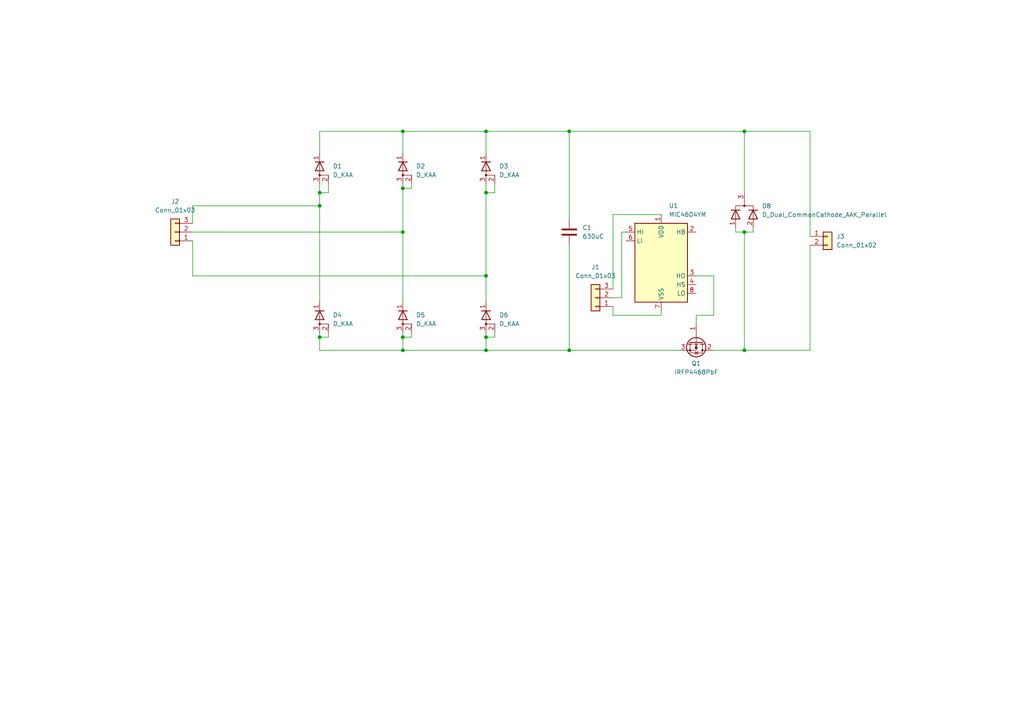
<source format=kicad_sch>
(kicad_sch
	(version 20231120)
	(generator "eeschema")
	(generator_version "8.0")
	(uuid "f3440965-7bc1-4c0f-8f3e-f792f8bfd014")
	(paper "A4")
	(lib_symbols
		(symbol "Connector_Generic:Conn_01x02"
			(pin_names
				(offset 1.016) hide)
			(exclude_from_sim no)
			(in_bom yes)
			(on_board yes)
			(property "Reference" "J"
				(at 0 2.54 0)
				(effects
					(font
						(size 1.27 1.27)
					)
				)
			)
			(property "Value" "Conn_01x02"
				(at 0 -5.08 0)
				(effects
					(font
						(size 1.27 1.27)
					)
				)
			)
			(property "Footprint" ""
				(at 0 0 0)
				(effects
					(font
						(size 1.27 1.27)
					)
					(hide yes)
				)
			)
			(property "Datasheet" "~"
				(at 0 0 0)
				(effects
					(font
						(size 1.27 1.27)
					)
					(hide yes)
				)
			)
			(property "Description" "Generic connector, single row, 01x02, script generated (kicad-library-utils/schlib/autogen/connector/)"
				(at 0 0 0)
				(effects
					(font
						(size 1.27 1.27)
					)
					(hide yes)
				)
			)
			(property "ki_keywords" "connector"
				(at 0 0 0)
				(effects
					(font
						(size 1.27 1.27)
					)
					(hide yes)
				)
			)
			(property "ki_fp_filters" "Connector*:*_1x??_*"
				(at 0 0 0)
				(effects
					(font
						(size 1.27 1.27)
					)
					(hide yes)
				)
			)
			(symbol "Conn_01x02_1_1"
				(rectangle
					(start -1.27 -2.413)
					(end 0 -2.667)
					(stroke
						(width 0.1524)
						(type default)
					)
					(fill
						(type none)
					)
				)
				(rectangle
					(start -1.27 0.127)
					(end 0 -0.127)
					(stroke
						(width 0.1524)
						(type default)
					)
					(fill
						(type none)
					)
				)
				(rectangle
					(start -1.27 1.27)
					(end 1.27 -3.81)
					(stroke
						(width 0.254)
						(type default)
					)
					(fill
						(type background)
					)
				)
				(pin passive line
					(at -5.08 0 0)
					(length 3.81)
					(name "Pin_1"
						(effects
							(font
								(size 1.27 1.27)
							)
						)
					)
					(number "1"
						(effects
							(font
								(size 1.27 1.27)
							)
						)
					)
				)
				(pin passive line
					(at -5.08 -2.54 0)
					(length 3.81)
					(name "Pin_2"
						(effects
							(font
								(size 1.27 1.27)
							)
						)
					)
					(number "2"
						(effects
							(font
								(size 1.27 1.27)
							)
						)
					)
				)
			)
		)
		(symbol "Connector_Generic:Conn_01x03"
			(pin_names
				(offset 1.016) hide)
			(exclude_from_sim no)
			(in_bom yes)
			(on_board yes)
			(property "Reference" "J"
				(at 0 5.08 0)
				(effects
					(font
						(size 1.27 1.27)
					)
				)
			)
			(property "Value" "Conn_01x03"
				(at 0 -5.08 0)
				(effects
					(font
						(size 1.27 1.27)
					)
				)
			)
			(property "Footprint" ""
				(at 0 0 0)
				(effects
					(font
						(size 1.27 1.27)
					)
					(hide yes)
				)
			)
			(property "Datasheet" "~"
				(at 0 0 0)
				(effects
					(font
						(size 1.27 1.27)
					)
					(hide yes)
				)
			)
			(property "Description" "Generic connector, single row, 01x03, script generated (kicad-library-utils/schlib/autogen/connector/)"
				(at 0 0 0)
				(effects
					(font
						(size 1.27 1.27)
					)
					(hide yes)
				)
			)
			(property "ki_keywords" "connector"
				(at 0 0 0)
				(effects
					(font
						(size 1.27 1.27)
					)
					(hide yes)
				)
			)
			(property "ki_fp_filters" "Connector*:*_1x??_*"
				(at 0 0 0)
				(effects
					(font
						(size 1.27 1.27)
					)
					(hide yes)
				)
			)
			(symbol "Conn_01x03_1_1"
				(rectangle
					(start -1.27 -2.413)
					(end 0 -2.667)
					(stroke
						(width 0.1524)
						(type default)
					)
					(fill
						(type none)
					)
				)
				(rectangle
					(start -1.27 0.127)
					(end 0 -0.127)
					(stroke
						(width 0.1524)
						(type default)
					)
					(fill
						(type none)
					)
				)
				(rectangle
					(start -1.27 2.667)
					(end 0 2.413)
					(stroke
						(width 0.1524)
						(type default)
					)
					(fill
						(type none)
					)
				)
				(rectangle
					(start -1.27 3.81)
					(end 1.27 -3.81)
					(stroke
						(width 0.254)
						(type default)
					)
					(fill
						(type background)
					)
				)
				(pin passive line
					(at -5.08 2.54 0)
					(length 3.81)
					(name "Pin_1"
						(effects
							(font
								(size 1.27 1.27)
							)
						)
					)
					(number "1"
						(effects
							(font
								(size 1.27 1.27)
							)
						)
					)
				)
				(pin passive line
					(at -5.08 0 0)
					(length 3.81)
					(name "Pin_2"
						(effects
							(font
								(size 1.27 1.27)
							)
						)
					)
					(number "2"
						(effects
							(font
								(size 1.27 1.27)
							)
						)
					)
				)
				(pin passive line
					(at -5.08 -2.54 0)
					(length 3.81)
					(name "Pin_3"
						(effects
							(font
								(size 1.27 1.27)
							)
						)
					)
					(number "3"
						(effects
							(font
								(size 1.27 1.27)
							)
						)
					)
				)
			)
		)
		(symbol "Device:C"
			(pin_numbers hide)
			(pin_names
				(offset 0.254)
			)
			(exclude_from_sim no)
			(in_bom yes)
			(on_board yes)
			(property "Reference" "C"
				(at 0.635 2.54 0)
				(effects
					(font
						(size 1.27 1.27)
					)
					(justify left)
				)
			)
			(property "Value" "C"
				(at 0.635 -2.54 0)
				(effects
					(font
						(size 1.27 1.27)
					)
					(justify left)
				)
			)
			(property "Footprint" ""
				(at 0.9652 -3.81 0)
				(effects
					(font
						(size 1.27 1.27)
					)
					(hide yes)
				)
			)
			(property "Datasheet" "~"
				(at 0 0 0)
				(effects
					(font
						(size 1.27 1.27)
					)
					(hide yes)
				)
			)
			(property "Description" "Unpolarized capacitor"
				(at 0 0 0)
				(effects
					(font
						(size 1.27 1.27)
					)
					(hide yes)
				)
			)
			(property "ki_keywords" "cap capacitor"
				(at 0 0 0)
				(effects
					(font
						(size 1.27 1.27)
					)
					(hide yes)
				)
			)
			(property "ki_fp_filters" "C_*"
				(at 0 0 0)
				(effects
					(font
						(size 1.27 1.27)
					)
					(hide yes)
				)
			)
			(symbol "C_0_1"
				(polyline
					(pts
						(xy -2.032 -0.762) (xy 2.032 -0.762)
					)
					(stroke
						(width 0.508)
						(type default)
					)
					(fill
						(type none)
					)
				)
				(polyline
					(pts
						(xy -2.032 0.762) (xy 2.032 0.762)
					)
					(stroke
						(width 0.508)
						(type default)
					)
					(fill
						(type none)
					)
				)
			)
			(symbol "C_1_1"
				(pin passive line
					(at 0 3.81 270)
					(length 2.794)
					(name "~"
						(effects
							(font
								(size 1.27 1.27)
							)
						)
					)
					(number "1"
						(effects
							(font
								(size 1.27 1.27)
							)
						)
					)
				)
				(pin passive line
					(at 0 -3.81 90)
					(length 2.794)
					(name "~"
						(effects
							(font
								(size 1.27 1.27)
							)
						)
					)
					(number "2"
						(effects
							(font
								(size 1.27 1.27)
							)
						)
					)
				)
			)
		)
		(symbol "Device:D_Dual_CommonCathode_AAK_Parallel"
			(pin_names
				(offset 0.762) hide)
			(exclude_from_sim no)
			(in_bom yes)
			(on_board yes)
			(property "Reference" "D"
				(at 0 5.08 0)
				(effects
					(font
						(size 1.27 1.27)
					)
				)
			)
			(property "Value" "D_Dual_CommonCathode_AAK_Parallel"
				(at 0 -5.08 0)
				(effects
					(font
						(size 1.27 1.27)
					)
				)
			)
			(property "Footprint" ""
				(at 1.27 0 0)
				(effects
					(font
						(size 1.27 1.27)
					)
					(hide yes)
				)
			)
			(property "Datasheet" "~"
				(at 1.27 0 0)
				(effects
					(font
						(size 1.27 1.27)
					)
					(hide yes)
				)
			)
			(property "Description" "Dual diode, common cathode on pin 1"
				(at 0 0 0)
				(effects
					(font
						(size 1.27 1.27)
					)
					(hide yes)
				)
			)
			(property "ki_keywords" "diode"
				(at 0 0 0)
				(effects
					(font
						(size 1.27 1.27)
					)
					(hide yes)
				)
			)
			(symbol "D_Dual_CommonCathode_AAK_Parallel_0_0"
				(polyline
					(pts
						(xy 0 -1.27) (xy 0 -3.81)
					)
					(stroke
						(width 0.254)
						(type default)
					)
					(fill
						(type none)
					)
				)
				(polyline
					(pts
						(xy 0 1.27) (xy 0 3.81)
					)
					(stroke
						(width 0.254)
						(type default)
					)
					(fill
						(type none)
					)
				)
			)
			(symbol "D_Dual_CommonCathode_AAK_Parallel_0_1"
				(polyline
					(pts
						(xy 1.27 0) (xy 2.54 0)
					)
					(stroke
						(width 0)
						(type default)
					)
					(fill
						(type none)
					)
				)
				(polyline
					(pts
						(xy -2.54 -2.54) (xy 1.27 -2.54) (xy 1.27 2.54) (xy -2.54 2.54)
					)
					(stroke
						(width 0)
						(type default)
					)
					(fill
						(type none)
					)
				)
				(polyline
					(pts
						(xy -2.54 -1.27) (xy 0 -2.54) (xy -2.54 -3.81) (xy -2.54 -1.27) (xy -2.54 -1.27) (xy -2.54 -1.27)
					)
					(stroke
						(width 0.254)
						(type default)
					)
					(fill
						(type none)
					)
				)
				(polyline
					(pts
						(xy -2.54 3.81) (xy 0 2.54) (xy -2.54 1.27) (xy -2.54 3.81) (xy -2.54 3.81) (xy -2.54 3.81)
					)
					(stroke
						(width 0.254)
						(type default)
					)
					(fill
						(type none)
					)
				)
				(circle
					(center 1.27 0)
					(radius 0.254)
					(stroke
						(width 0)
						(type default)
					)
					(fill
						(type outline)
					)
				)
				(pin passive line
					(at -5.08 2.54 0)
					(length 2.54)
					(name "A"
						(effects
							(font
								(size 1.27 1.27)
							)
						)
					)
					(number "1"
						(effects
							(font
								(size 1.27 1.27)
							)
						)
					)
				)
				(pin passive line
					(at -5.08 -2.54 0)
					(length 2.54)
					(name "A"
						(effects
							(font
								(size 1.27 1.27)
							)
						)
					)
					(number "2"
						(effects
							(font
								(size 1.27 1.27)
							)
						)
					)
				)
				(pin passive line
					(at 5.08 0 180)
					(length 2.54)
					(name "K"
						(effects
							(font
								(size 1.27 1.27)
							)
						)
					)
					(number "3"
						(effects
							(font
								(size 1.27 1.27)
							)
						)
					)
				)
			)
		)
		(symbol "Device:D_KAA"
			(pin_names
				(offset 0) hide)
			(exclude_from_sim no)
			(in_bom yes)
			(on_board yes)
			(property "Reference" "D"
				(at 0 2.54 0)
				(effects
					(font
						(size 1.27 1.27)
					)
				)
			)
			(property "Value" "D_KAA"
				(at 0 -2.54 0)
				(effects
					(font
						(size 1.27 1.27)
					)
				)
			)
			(property "Footprint" ""
				(at 0 0 0)
				(effects
					(font
						(size 1.27 1.27)
					)
					(hide yes)
				)
			)
			(property "Datasheet" "~"
				(at 0 0 0)
				(effects
					(font
						(size 1.27 1.27)
					)
					(hide yes)
				)
			)
			(property "Description" "Diode, anode on pins 2 and 3"
				(at 0 0 0)
				(effects
					(font
						(size 1.27 1.27)
					)
					(hide yes)
				)
			)
			(property "ki_keywords" "diode"
				(at 0 0 0)
				(effects
					(font
						(size 1.27 1.27)
					)
					(hide yes)
				)
			)
			(property "ki_fp_filters" "TO-???* *_Diode_* *SingleDiode* D_*"
				(at 0 0 0)
				(effects
					(font
						(size 1.27 1.27)
					)
					(hide yes)
				)
			)
			(symbol "D_KAA_0_1"
				(polyline
					(pts
						(xy -1.27 1.27) (xy -1.27 -1.27)
					)
					(stroke
						(width 0.254)
						(type default)
					)
					(fill
						(type none)
					)
				)
				(polyline
					(pts
						(xy 1.27 1.27) (xy 1.27 -1.27) (xy -1.27 0) (xy 1.27 1.27)
					)
					(stroke
						(width 0.254)
						(type default)
					)
					(fill
						(type none)
					)
				)
				(polyline
					(pts
						(xy 3.81 2.54) (xy 2.54 2.54) (xy 2.54 0) (xy -1.27 0)
					)
					(stroke
						(width 0)
						(type default)
					)
					(fill
						(type none)
					)
				)
				(circle
					(center 2.54 0)
					(radius 0.254)
					(stroke
						(width 0)
						(type default)
					)
					(fill
						(type outline)
					)
				)
			)
			(symbol "D_KAA_1_1"
				(pin passive line
					(at -3.81 0 0)
					(length 2.54)
					(name "K"
						(effects
							(font
								(size 1.27 1.27)
							)
						)
					)
					(number "1"
						(effects
							(font
								(size 1.27 1.27)
							)
						)
					)
				)
				(pin passive line
					(at 5.08 2.54 180)
					(length 2.54)
					(name "A"
						(effects
							(font
								(size 1.27 1.27)
							)
						)
					)
					(number "2"
						(effects
							(font
								(size 1.27 1.27)
							)
						)
					)
				)
				(pin passive line
					(at 5.08 0 180)
					(length 2.54)
					(name "A"
						(effects
							(font
								(size 1.27 1.27)
							)
						)
					)
					(number "3"
						(effects
							(font
								(size 1.27 1.27)
							)
						)
					)
				)
			)
		)
		(symbol "Driver_FET:MIC4604YM"
			(exclude_from_sim no)
			(in_bom yes)
			(on_board yes)
			(property "Reference" "U"
				(at -8.89 -8.89 0)
				(effects
					(font
						(size 1.27 1.27)
					)
					(justify right)
				)
			)
			(property "Value" "MIC4604YM"
				(at -8.89 -11.43 0)
				(effects
					(font
						(size 1.27 1.27)
					)
					(justify right)
				)
			)
			(property "Footprint" "Package_SO:SOIC-8_3.9x4.9mm_P1.27mm"
				(at -2.54 7.62 0)
				(effects
					(font
						(size 1.27 1.27)
					)
					(hide yes)
				)
			)
			(property "Datasheet" "http://ww1.microchip.com/downloads/en/DeviceDoc/20005852A.pdf"
				(at 0 10.16 0)
				(effects
					(font
						(size 1.27 1.27)
					)
					(hide yes)
				)
			)
			(property "Description" "85V Half-Bridge MOSFET Driver with up to 16V Programmable Gate Drive, SOIC-8"
				(at 0 0 0)
				(effects
					(font
						(size 1.27 1.27)
					)
					(hide yes)
				)
			)
			(property "ki_keywords" "Half-Bridge Gate Driver"
				(at 0 0 0)
				(effects
					(font
						(size 1.27 1.27)
					)
					(hide yes)
				)
			)
			(property "ki_fp_filters" "SOIC*3.9x4.9mm*P1.27mm*"
				(at 0 0 0)
				(effects
					(font
						(size 1.27 1.27)
					)
					(hide yes)
				)
			)
			(symbol "MIC4604YM_0_1"
				(rectangle
					(start -7.62 -12.7)
					(end 7.62 10.16)
					(stroke
						(width 0.254)
						(type default)
					)
					(fill
						(type background)
					)
				)
			)
			(symbol "MIC4604YM_1_1"
				(pin power_in line
					(at 0 12.7 270)
					(length 2.54)
					(name "VDD"
						(effects
							(font
								(size 1.27 1.27)
							)
						)
					)
					(number "1"
						(effects
							(font
								(size 1.27 1.27)
							)
						)
					)
				)
				(pin passive line
					(at 10.16 7.62 180)
					(length 2.54)
					(name "HB"
						(effects
							(font
								(size 1.27 1.27)
							)
						)
					)
					(number "2"
						(effects
							(font
								(size 1.27 1.27)
							)
						)
					)
				)
				(pin output line
					(at 10.16 -5.08 180)
					(length 2.54)
					(name "HO"
						(effects
							(font
								(size 1.27 1.27)
							)
						)
					)
					(number "3"
						(effects
							(font
								(size 1.27 1.27)
							)
						)
					)
				)
				(pin passive line
					(at 10.16 -7.62 180)
					(length 2.54)
					(name "HS"
						(effects
							(font
								(size 1.27 1.27)
							)
						)
					)
					(number "4"
						(effects
							(font
								(size 1.27 1.27)
							)
						)
					)
				)
				(pin input line
					(at -10.16 7.62 0)
					(length 2.54)
					(name "HI"
						(effects
							(font
								(size 1.27 1.27)
							)
						)
					)
					(number "5"
						(effects
							(font
								(size 1.27 1.27)
							)
						)
					)
				)
				(pin input line
					(at -10.16 5.08 0)
					(length 2.54)
					(name "LI"
						(effects
							(font
								(size 1.27 1.27)
							)
						)
					)
					(number "6"
						(effects
							(font
								(size 1.27 1.27)
							)
						)
					)
				)
				(pin power_in line
					(at 0 -15.24 90)
					(length 2.54)
					(name "VSS"
						(effects
							(font
								(size 1.27 1.27)
							)
						)
					)
					(number "7"
						(effects
							(font
								(size 1.27 1.27)
							)
						)
					)
				)
				(pin output line
					(at 10.16 -10.16 180)
					(length 2.54)
					(name "LO"
						(effects
							(font
								(size 1.27 1.27)
							)
						)
					)
					(number "8"
						(effects
							(font
								(size 1.27 1.27)
							)
						)
					)
				)
			)
		)
		(symbol "Transistor_FET:IRFP4468PbF"
			(pin_names hide)
			(exclude_from_sim no)
			(in_bom yes)
			(on_board yes)
			(property "Reference" "Q"
				(at 5.08 1.905 0)
				(effects
					(font
						(size 1.27 1.27)
					)
					(justify left)
				)
			)
			(property "Value" "IRFP4468PbF"
				(at 5.08 0 0)
				(effects
					(font
						(size 1.27 1.27)
					)
					(justify left)
				)
			)
			(property "Footprint" "Package_TO_SOT_THT:TO-247-3_Vertical"
				(at 5.08 -1.905 0)
				(effects
					(font
						(size 1.27 1.27)
						(italic yes)
					)
					(justify left)
					(hide yes)
				)
			)
			(property "Datasheet" "https://www.infineon.com/dgdl/irfp4468pbf.pdf?fileId=5546d462533600a40153562c73472019"
				(at 5.08 -3.81 0)
				(effects
					(font
						(size 1.27 1.27)
					)
					(justify left)
					(hide yes)
				)
			)
			(property "Description" "195A Id, 100V Vds, N-Channel Power MOSFET, TO-247"
				(at 0 0 0)
				(effects
					(font
						(size 1.27 1.27)
					)
					(hide yes)
				)
			)
			(property "ki_keywords" "N-Channel Power MOSFET"
				(at 0 0 0)
				(effects
					(font
						(size 1.27 1.27)
					)
					(hide yes)
				)
			)
			(property "ki_fp_filters" "TO?247*"
				(at 0 0 0)
				(effects
					(font
						(size 1.27 1.27)
					)
					(hide yes)
				)
			)
			(symbol "IRFP4468PbF_0_1"
				(polyline
					(pts
						(xy 0.254 0) (xy -2.54 0)
					)
					(stroke
						(width 0)
						(type default)
					)
					(fill
						(type none)
					)
				)
				(polyline
					(pts
						(xy 0.254 1.905) (xy 0.254 -1.905)
					)
					(stroke
						(width 0.254)
						(type default)
					)
					(fill
						(type none)
					)
				)
				(polyline
					(pts
						(xy 0.762 -1.27) (xy 0.762 -2.286)
					)
					(stroke
						(width 0.254)
						(type default)
					)
					(fill
						(type none)
					)
				)
				(polyline
					(pts
						(xy 0.762 0.508) (xy 0.762 -0.508)
					)
					(stroke
						(width 0.254)
						(type default)
					)
					(fill
						(type none)
					)
				)
				(polyline
					(pts
						(xy 0.762 2.286) (xy 0.762 1.27)
					)
					(stroke
						(width 0.254)
						(type default)
					)
					(fill
						(type none)
					)
				)
				(polyline
					(pts
						(xy 2.54 2.54) (xy 2.54 1.778)
					)
					(stroke
						(width 0)
						(type default)
					)
					(fill
						(type none)
					)
				)
				(polyline
					(pts
						(xy 2.54 -2.54) (xy 2.54 0) (xy 0.762 0)
					)
					(stroke
						(width 0)
						(type default)
					)
					(fill
						(type none)
					)
				)
				(polyline
					(pts
						(xy 0.762 -1.778) (xy 3.302 -1.778) (xy 3.302 1.778) (xy 0.762 1.778)
					)
					(stroke
						(width 0)
						(type default)
					)
					(fill
						(type none)
					)
				)
				(polyline
					(pts
						(xy 1.016 0) (xy 2.032 0.381) (xy 2.032 -0.381) (xy 1.016 0)
					)
					(stroke
						(width 0)
						(type default)
					)
					(fill
						(type outline)
					)
				)
				(polyline
					(pts
						(xy 2.794 0.508) (xy 2.921 0.381) (xy 3.683 0.381) (xy 3.81 0.254)
					)
					(stroke
						(width 0)
						(type default)
					)
					(fill
						(type none)
					)
				)
				(polyline
					(pts
						(xy 3.302 0.381) (xy 2.921 -0.254) (xy 3.683 -0.254) (xy 3.302 0.381)
					)
					(stroke
						(width 0)
						(type default)
					)
					(fill
						(type none)
					)
				)
				(circle
					(center 1.651 0)
					(radius 2.794)
					(stroke
						(width 0.254)
						(type default)
					)
					(fill
						(type none)
					)
				)
				(circle
					(center 2.54 -1.778)
					(radius 0.254)
					(stroke
						(width 0)
						(type default)
					)
					(fill
						(type outline)
					)
				)
				(circle
					(center 2.54 1.778)
					(radius 0.254)
					(stroke
						(width 0)
						(type default)
					)
					(fill
						(type outline)
					)
				)
			)
			(symbol "IRFP4468PbF_1_1"
				(pin input line
					(at -5.08 0 0)
					(length 2.54)
					(name "G"
						(effects
							(font
								(size 1.27 1.27)
							)
						)
					)
					(number "1"
						(effects
							(font
								(size 1.27 1.27)
							)
						)
					)
				)
				(pin passive line
					(at 2.54 5.08 270)
					(length 2.54)
					(name "D"
						(effects
							(font
								(size 1.27 1.27)
							)
						)
					)
					(number "2"
						(effects
							(font
								(size 1.27 1.27)
							)
						)
					)
				)
				(pin passive line
					(at 2.54 -5.08 90)
					(length 2.54)
					(name "S"
						(effects
							(font
								(size 1.27 1.27)
							)
						)
					)
					(number "3"
						(effects
							(font
								(size 1.27 1.27)
							)
						)
					)
				)
			)
		)
	)
	(junction
		(at 140.97 97.79)
		(diameter 0)
		(color 0 0 0 0)
		(uuid "01577d69-2048-4b7a-aee7-da10da063944")
	)
	(junction
		(at 116.84 97.79)
		(diameter 0)
		(color 0 0 0 0)
		(uuid "160dc28f-02e2-4557-925a-834c5d1b96ec")
	)
	(junction
		(at 116.84 101.6)
		(diameter 0)
		(color 0 0 0 0)
		(uuid "1c93aec2-42da-4a19-b795-cf9cc4595eaa")
	)
	(junction
		(at 140.97 101.6)
		(diameter 0)
		(color 0 0 0 0)
		(uuid "3528b23e-5c3e-4c0c-ab30-a2f34ea205d8")
	)
	(junction
		(at 215.9 67.31)
		(diameter 0)
		(color 0 0 0 0)
		(uuid "3aa7694c-b79d-44c7-b219-4014b5d364c7")
	)
	(junction
		(at 116.84 67.31)
		(diameter 0)
		(color 0 0 0 0)
		(uuid "4a2b7dc3-5904-4162-982c-a21132353b93")
	)
	(junction
		(at 92.71 59.69)
		(diameter 0)
		(color 0 0 0 0)
		(uuid "4b5a47bd-15ce-45b8-8be7-3bb381da15ea")
	)
	(junction
		(at 215.9 101.6)
		(diameter 0)
		(color 0 0 0 0)
		(uuid "50b50ad1-f713-477c-9240-3aad0364c273")
	)
	(junction
		(at 215.9 38.1)
		(diameter 0)
		(color 0 0 0 0)
		(uuid "5aa4fa87-07dc-4b2d-87d3-d76d97483d58")
	)
	(junction
		(at 116.84 54.61)
		(diameter 0)
		(color 0 0 0 0)
		(uuid "7060f4e1-40f9-4033-be78-a4ece7477ae4")
	)
	(junction
		(at 92.71 97.79)
		(diameter 0)
		(color 0 0 0 0)
		(uuid "70abf599-9de2-4d90-be9a-6e1240a8b354")
	)
	(junction
		(at 165.1 38.1)
		(diameter 0)
		(color 0 0 0 0)
		(uuid "8244a782-98ba-4ffd-8f6a-d700ea7884f1")
	)
	(junction
		(at 140.97 55.88)
		(diameter 0)
		(color 0 0 0 0)
		(uuid "83a93f9a-2cbb-4257-b5e1-202be4efbfc7")
	)
	(junction
		(at 116.84 38.1)
		(diameter 0)
		(color 0 0 0 0)
		(uuid "9795b8f2-d831-461a-8556-185877449cad")
	)
	(junction
		(at 92.71 55.88)
		(diameter 0)
		(color 0 0 0 0)
		(uuid "bbfd53c6-75a5-459c-8045-e90ad5ccc59e")
	)
	(junction
		(at 140.97 38.1)
		(diameter 0)
		(color 0 0 0 0)
		(uuid "d3536442-b640-406c-b05b-322d191d89d5")
	)
	(junction
		(at 165.1 101.6)
		(diameter 0)
		(color 0 0 0 0)
		(uuid "d9347cd7-2706-4970-98a4-dfd21a9cf58a")
	)
	(junction
		(at 140.97 80.01)
		(diameter 0)
		(color 0 0 0 0)
		(uuid "ebbfba86-ac25-4169-a3ce-52a83596b121")
	)
	(wire
		(pts
			(xy 140.97 38.1) (xy 140.97 44.45)
		)
		(stroke
			(width 0)
			(type default)
		)
		(uuid "03be6fcd-115d-4fb4-a724-6203036722c6")
	)
	(wire
		(pts
			(xy 207.01 91.44) (xy 207.01 80.01)
		)
		(stroke
			(width 0)
			(type default)
		)
		(uuid "0f64676e-a2aa-4cb7-bc96-4d2a8281f712")
	)
	(wire
		(pts
			(xy 143.51 55.88) (xy 140.97 55.88)
		)
		(stroke
			(width 0)
			(type default)
		)
		(uuid "10c6c642-e0da-40c8-851c-bf945d459fdf")
	)
	(wire
		(pts
			(xy 55.88 64.77) (xy 55.88 59.69)
		)
		(stroke
			(width 0)
			(type default)
		)
		(uuid "15907930-0ec7-4ea4-b0b3-dbf46787b2b2")
	)
	(wire
		(pts
			(xy 92.71 38.1) (xy 116.84 38.1)
		)
		(stroke
			(width 0)
			(type default)
		)
		(uuid "15e6f4a5-f5c9-43a5-a336-66a2686635ba")
	)
	(wire
		(pts
			(xy 55.88 80.01) (xy 140.97 80.01)
		)
		(stroke
			(width 0)
			(type default)
		)
		(uuid "162743ef-17b4-4c64-af5c-733ad33f1a19")
	)
	(wire
		(pts
			(xy 116.84 67.31) (xy 116.84 87.63)
		)
		(stroke
			(width 0)
			(type default)
		)
		(uuid "195e7381-5a33-4025-9022-a80892e39b8a")
	)
	(wire
		(pts
			(xy 92.71 53.34) (xy 92.71 55.88)
		)
		(stroke
			(width 0)
			(type default)
		)
		(uuid "1c7aeccd-3e90-4a4a-90bd-ab0e18afbc24")
	)
	(wire
		(pts
			(xy 201.93 91.44) (xy 201.93 93.98)
		)
		(stroke
			(width 0)
			(type default)
		)
		(uuid "212c12ef-4476-472e-898e-0519005eccd7")
	)
	(wire
		(pts
			(xy 95.25 55.88) (xy 92.71 55.88)
		)
		(stroke
			(width 0)
			(type default)
		)
		(uuid "277ae0d7-5f2c-4fda-b5a2-012a3123d306")
	)
	(wire
		(pts
			(xy 177.8 62.23) (xy 191.77 62.23)
		)
		(stroke
			(width 0)
			(type default)
		)
		(uuid "30a6b428-ae78-4c5e-9a5b-aad62e075cb3")
	)
	(wire
		(pts
			(xy 191.77 91.44) (xy 191.77 90.17)
		)
		(stroke
			(width 0)
			(type default)
		)
		(uuid "3112f8e1-c683-442f-884d-013e372cead4")
	)
	(wire
		(pts
			(xy 165.1 38.1) (xy 140.97 38.1)
		)
		(stroke
			(width 0)
			(type default)
		)
		(uuid "321a30de-9cba-445f-a4ba-ac1eb095a556")
	)
	(wire
		(pts
			(xy 116.84 97.79) (xy 116.84 101.6)
		)
		(stroke
			(width 0)
			(type default)
		)
		(uuid "348b40f3-3b76-44ee-8e68-cb2df75cd763")
	)
	(wire
		(pts
			(xy 140.97 97.79) (xy 140.97 101.6)
		)
		(stroke
			(width 0)
			(type default)
		)
		(uuid "38e4c7f0-d183-452a-8261-ae9c692a971f")
	)
	(wire
		(pts
			(xy 119.38 54.61) (xy 116.84 54.61)
		)
		(stroke
			(width 0)
			(type default)
		)
		(uuid "3e281f0b-6acb-4062-891a-8ff730750fb5")
	)
	(wire
		(pts
			(xy 234.95 101.6) (xy 215.9 101.6)
		)
		(stroke
			(width 0)
			(type default)
		)
		(uuid "4129923d-d211-41b1-bd08-9d5cc26670dc")
	)
	(wire
		(pts
			(xy 95.25 96.52) (xy 95.25 97.79)
		)
		(stroke
			(width 0)
			(type default)
		)
		(uuid "41712f2f-0a3e-48e6-b48f-e1f7f054a5ab")
	)
	(wire
		(pts
			(xy 143.51 97.79) (xy 140.97 97.79)
		)
		(stroke
			(width 0)
			(type default)
		)
		(uuid "4207fbaf-0890-410c-b493-f30dd61d2696")
	)
	(wire
		(pts
			(xy 92.71 59.69) (xy 92.71 87.63)
		)
		(stroke
			(width 0)
			(type default)
		)
		(uuid "49bbe111-aba6-4e07-b744-47268ca60b13")
	)
	(wire
		(pts
			(xy 140.97 53.34) (xy 140.97 55.88)
		)
		(stroke
			(width 0)
			(type default)
		)
		(uuid "503fa656-071e-4028-85fa-575094dca46c")
	)
	(wire
		(pts
			(xy 234.95 68.58) (xy 234.95 38.1)
		)
		(stroke
			(width 0)
			(type default)
		)
		(uuid "5312a82c-5ce3-4e90-a4ee-e4cfc776a0fd")
	)
	(wire
		(pts
			(xy 177.8 83.82) (xy 177.8 62.23)
		)
		(stroke
			(width 0)
			(type default)
		)
		(uuid "550c88ec-b850-4e0f-b4a5-abc6f20c3723")
	)
	(wire
		(pts
			(xy 116.84 38.1) (xy 140.97 38.1)
		)
		(stroke
			(width 0)
			(type default)
		)
		(uuid "58b5c3b3-e295-417a-a12a-8b50f8eb3dad")
	)
	(wire
		(pts
			(xy 119.38 53.34) (xy 119.38 54.61)
		)
		(stroke
			(width 0)
			(type default)
		)
		(uuid "5df45f45-d457-4725-847c-f5ccd55beea1")
	)
	(wire
		(pts
			(xy 207.01 91.44) (xy 201.93 91.44)
		)
		(stroke
			(width 0)
			(type default)
		)
		(uuid "5ebc99ca-fc43-4f20-af58-ff8307c146ae")
	)
	(wire
		(pts
			(xy 119.38 97.79) (xy 116.84 97.79)
		)
		(stroke
			(width 0)
			(type default)
		)
		(uuid "5fc67188-e3a5-4a32-bc17-a0bcf6ad28c1")
	)
	(wire
		(pts
			(xy 218.44 66.04) (xy 218.44 67.31)
		)
		(stroke
			(width 0)
			(type default)
		)
		(uuid "61efd142-734f-430d-a168-cff8e2e358c1")
	)
	(wire
		(pts
			(xy 116.84 38.1) (xy 116.84 44.45)
		)
		(stroke
			(width 0)
			(type default)
		)
		(uuid "6303f96d-78a9-4114-a709-ff8dbccc502b")
	)
	(wire
		(pts
			(xy 140.97 96.52) (xy 140.97 97.79)
		)
		(stroke
			(width 0)
			(type default)
		)
		(uuid "65edef5d-21ff-4c89-baf7-ee58b6d966b2")
	)
	(wire
		(pts
			(xy 55.88 67.31) (xy 116.84 67.31)
		)
		(stroke
			(width 0)
			(type default)
		)
		(uuid "6894c638-ad34-4cba-9480-890711044fb2")
	)
	(wire
		(pts
			(xy 218.44 67.31) (xy 215.9 67.31)
		)
		(stroke
			(width 0)
			(type default)
		)
		(uuid "6c584f51-b706-42f4-9426-83f1d6c30253")
	)
	(wire
		(pts
			(xy 213.36 66.04) (xy 213.36 67.31)
		)
		(stroke
			(width 0)
			(type default)
		)
		(uuid "6cd9d97c-d904-4c21-aaac-a1c7d7ba1976")
	)
	(wire
		(pts
			(xy 116.84 96.52) (xy 116.84 97.79)
		)
		(stroke
			(width 0)
			(type default)
		)
		(uuid "6e0d5257-d30a-4b21-a88d-6150f90d9d69")
	)
	(wire
		(pts
			(xy 140.97 80.01) (xy 140.97 87.63)
		)
		(stroke
			(width 0)
			(type default)
		)
		(uuid "722e32c4-f484-45e4-ae65-32eb7f5aaf53")
	)
	(wire
		(pts
			(xy 180.34 86.36) (xy 177.8 86.36)
		)
		(stroke
			(width 0)
			(type default)
		)
		(uuid "742cc54b-f3c8-4206-b471-b775ceac3eec")
	)
	(wire
		(pts
			(xy 213.36 67.31) (xy 215.9 67.31)
		)
		(stroke
			(width 0)
			(type default)
		)
		(uuid "75f1b290-43aa-49e0-9c10-40d53cd674dd")
	)
	(wire
		(pts
			(xy 55.88 69.85) (xy 55.88 80.01)
		)
		(stroke
			(width 0)
			(type default)
		)
		(uuid "7626dd37-c0bb-44d4-aa6c-ad5b425ea272")
	)
	(wire
		(pts
			(xy 92.71 38.1) (xy 92.71 44.45)
		)
		(stroke
			(width 0)
			(type default)
		)
		(uuid "76cc1221-8535-40ad-a4ed-b4edbdf093eb")
	)
	(wire
		(pts
			(xy 116.84 53.34) (xy 116.84 54.61)
		)
		(stroke
			(width 0)
			(type default)
		)
		(uuid "776f4780-d3e4-484d-9d80-391e9584314f")
	)
	(wire
		(pts
			(xy 234.95 71.12) (xy 234.95 101.6)
		)
		(stroke
			(width 0)
			(type default)
		)
		(uuid "7f0cefd4-57bc-408f-b398-944df5643fbd")
	)
	(wire
		(pts
			(xy 116.84 101.6) (xy 140.97 101.6)
		)
		(stroke
			(width 0)
			(type default)
		)
		(uuid "834f3b75-bcf4-404e-81ef-18bcc7c1bddf")
	)
	(wire
		(pts
			(xy 119.38 96.52) (xy 119.38 97.79)
		)
		(stroke
			(width 0)
			(type default)
		)
		(uuid "90e29578-b949-4936-84c9-eb26d6e88868")
	)
	(wire
		(pts
			(xy 165.1 101.6) (xy 140.97 101.6)
		)
		(stroke
			(width 0)
			(type default)
		)
		(uuid "96b43003-de85-4174-a117-6e63bcb8023c")
	)
	(wire
		(pts
			(xy 116.84 54.61) (xy 116.84 67.31)
		)
		(stroke
			(width 0)
			(type default)
		)
		(uuid "9bffc4df-cfb6-41b9-82ec-676ad5545859")
	)
	(wire
		(pts
			(xy 165.1 101.6) (xy 196.85 101.6)
		)
		(stroke
			(width 0)
			(type default)
		)
		(uuid "9f024b00-b453-46f2-bb03-f67d90f07951")
	)
	(wire
		(pts
			(xy 215.9 38.1) (xy 215.9 55.88)
		)
		(stroke
			(width 0)
			(type default)
		)
		(uuid "a6950eb6-449a-43cb-9e10-ec9999bbfa79")
	)
	(wire
		(pts
			(xy 92.71 96.52) (xy 92.71 97.79)
		)
		(stroke
			(width 0)
			(type default)
		)
		(uuid "abb06e1e-ea3e-43d5-b300-efe0c9f04a1f")
	)
	(wire
		(pts
			(xy 215.9 67.31) (xy 215.9 101.6)
		)
		(stroke
			(width 0)
			(type default)
		)
		(uuid "ae467706-02c9-4ab9-994e-eb8a859c1b64")
	)
	(wire
		(pts
			(xy 55.88 59.69) (xy 92.71 59.69)
		)
		(stroke
			(width 0)
			(type default)
		)
		(uuid "b5ea2ce4-4014-47f7-8741-39a09bbd1f63")
	)
	(wire
		(pts
			(xy 181.61 67.31) (xy 180.34 67.31)
		)
		(stroke
			(width 0)
			(type default)
		)
		(uuid "bad8d01f-976e-42e6-8599-3d26c7b06512")
	)
	(wire
		(pts
			(xy 165.1 71.12) (xy 165.1 101.6)
		)
		(stroke
			(width 0)
			(type default)
		)
		(uuid "bb75d31a-a70c-4739-9f86-e37a1fae45c5")
	)
	(wire
		(pts
			(xy 95.25 97.79) (xy 92.71 97.79)
		)
		(stroke
			(width 0)
			(type default)
		)
		(uuid "bd0c8468-1125-422f-88cc-c65ce699e74d")
	)
	(wire
		(pts
			(xy 165.1 63.5) (xy 165.1 38.1)
		)
		(stroke
			(width 0)
			(type default)
		)
		(uuid "c19b937d-a050-485a-8eb3-4ac50ee7ebcb")
	)
	(wire
		(pts
			(xy 95.25 53.34) (xy 95.25 55.88)
		)
		(stroke
			(width 0)
			(type default)
		)
		(uuid "c36f110f-3b61-418c-8acf-35ab90409f00")
	)
	(wire
		(pts
			(xy 143.51 96.52) (xy 143.51 97.79)
		)
		(stroke
			(width 0)
			(type default)
		)
		(uuid "c6a754a2-783a-4165-b65b-ae550cd6305c")
	)
	(wire
		(pts
			(xy 92.71 101.6) (xy 116.84 101.6)
		)
		(stroke
			(width 0)
			(type default)
		)
		(uuid "d02aba64-499e-43dd-9cb9-7de08f72c4f0")
	)
	(wire
		(pts
			(xy 215.9 38.1) (xy 165.1 38.1)
		)
		(stroke
			(width 0)
			(type default)
		)
		(uuid "d78e30a5-db27-41cf-9ab9-7bcadaadb21f")
	)
	(wire
		(pts
			(xy 143.51 53.34) (xy 143.51 55.88)
		)
		(stroke
			(width 0)
			(type default)
		)
		(uuid "da0194a1-17f9-46ea-bd1a-48648df6fecf")
	)
	(wire
		(pts
			(xy 177.8 91.44) (xy 177.8 88.9)
		)
		(stroke
			(width 0)
			(type default)
		)
		(uuid "daca7887-cbcd-4513-a9cf-c53450885e7c")
	)
	(wire
		(pts
			(xy 207.01 80.01) (xy 201.93 80.01)
		)
		(stroke
			(width 0)
			(type default)
		)
		(uuid "ddae2db5-3fc7-4b3a-b263-417e74d57353")
	)
	(wire
		(pts
			(xy 207.01 101.6) (xy 215.9 101.6)
		)
		(stroke
			(width 0)
			(type default)
		)
		(uuid "ddb8126c-0b4e-4a3a-a400-c8de953692d6")
	)
	(wire
		(pts
			(xy 177.8 91.44) (xy 191.77 91.44)
		)
		(stroke
			(width 0)
			(type default)
		)
		(uuid "e27718ab-4781-41d5-8fa5-907368e956f1")
	)
	(wire
		(pts
			(xy 140.97 55.88) (xy 140.97 80.01)
		)
		(stroke
			(width 0)
			(type default)
		)
		(uuid "fb60b2b8-a011-4f37-af5e-48b4613d042d")
	)
	(wire
		(pts
			(xy 92.71 97.79) (xy 92.71 101.6)
		)
		(stroke
			(width 0)
			(type default)
		)
		(uuid "fc67d083-3802-44f3-bddc-f8c9080874a1")
	)
	(wire
		(pts
			(xy 180.34 67.31) (xy 180.34 86.36)
		)
		(stroke
			(width 0)
			(type default)
		)
		(uuid "fcb3a3bc-1145-4278-ad9d-cf392051eebe")
	)
	(wire
		(pts
			(xy 234.95 38.1) (xy 215.9 38.1)
		)
		(stroke
			(width 0)
			(type default)
		)
		(uuid "fcb46da2-8682-46ed-8d3f-e0416d5a3cf8")
	)
	(wire
		(pts
			(xy 92.71 55.88) (xy 92.71 59.69)
		)
		(stroke
			(width 0)
			(type default)
		)
		(uuid "fd48f289-ff24-4ff7-b7d1-ab9a95baa26d")
	)
	(symbol
		(lib_id "Device:D_Dual_CommonCathode_AAK_Parallel")
		(at 215.9 60.96 90)
		(unit 1)
		(exclude_from_sim no)
		(in_bom yes)
		(on_board yes)
		(dnp no)
		(fields_autoplaced yes)
		(uuid "1ca9809b-e966-4a45-bf17-da3d3485c18b")
		(property "Reference" "D8"
			(at 220.98 59.7534 90)
			(effects
				(font
					(size 1.27 1.27)
				)
				(justify right)
			)
		)
		(property "Value" "D_Dual_CommonCathode_AAK_Parallel"
			(at 220.98 62.2934 90)
			(effects
				(font
					(size 1.27 1.27)
				)
				(justify right)
			)
		)
		(property "Footprint" "Package_TO_SOT_THT:TO-247-3_Vertical"
			(at 215.9 59.69 0)
			(effects
				(font
					(size 1.27 1.27)
				)
				(hide yes)
			)
		)
		(property "Datasheet" "~"
			(at 215.9 59.69 0)
			(effects
				(font
					(size 1.27 1.27)
				)
				(hide yes)
			)
		)
		(property "Description" "Dual diode, common cathode on pin 1"
			(at 215.9 60.96 0)
			(effects
				(font
					(size 1.27 1.27)
				)
				(hide yes)
			)
		)
		(pin "3"
			(uuid "0f587ab3-1dce-4f7f-b444-ed780b1cca01")
		)
		(pin "2"
			(uuid "d5a8f49d-71f2-4221-a0fe-6fac36014a94")
		)
		(pin "1"
			(uuid "226435bd-1327-4886-a5b2-8c9476a381d3")
		)
		(instances
			(project ""
				(path "/f3440965-7bc1-4c0f-8f3e-f792f8bfd014"
					(reference "D8")
					(unit 1)
				)
			)
		)
	)
	(symbol
		(lib_id "Device:C")
		(at 165.1 67.31 0)
		(unit 1)
		(exclude_from_sim no)
		(in_bom yes)
		(on_board yes)
		(dnp no)
		(fields_autoplaced yes)
		(uuid "2f4d5637-e35d-441c-92d2-c8c2c676172b")
		(property "Reference" "C1"
			(at 168.91 66.0399 0)
			(effects
				(font
					(size 1.27 1.27)
				)
				(justify left)
			)
		)
		(property "Value" "630uC"
			(at 168.91 68.5799 0)
			(effects
				(font
					(size 1.27 1.27)
				)
				(justify left)
			)
		)
		(property "Footprint" "Capacitor_THT:CP_Radial_D24.0mm_P10.00mm_SnapIn"
			(at 166.0652 71.12 0)
			(effects
				(font
					(size 1.27 1.27)
				)
				(hide yes)
			)
		)
		(property "Datasheet" "~"
			(at 165.1 67.31 0)
			(effects
				(font
					(size 1.27 1.27)
				)
				(hide yes)
			)
		)
		(property "Description" "Unpolarized capacitor"
			(at 165.1 67.31 0)
			(effects
				(font
					(size 1.27 1.27)
				)
				(hide yes)
			)
		)
		(pin "2"
			(uuid "5d70d973-9c9d-40fc-aac6-fcbdc71806a1")
		)
		(pin "1"
			(uuid "ecaa5a92-41a4-401c-95e4-eeda2a11025b")
		)
		(instances
			(project ""
				(path "/f3440965-7bc1-4c0f-8f3e-f792f8bfd014"
					(reference "C1")
					(unit 1)
				)
			)
		)
	)
	(symbol
		(lib_id "Device:D_KAA")
		(at 140.97 91.44 270)
		(unit 1)
		(exclude_from_sim no)
		(in_bom yes)
		(on_board yes)
		(dnp no)
		(fields_autoplaced yes)
		(uuid "43ca4958-a97a-48d9-a9fc-8bfb93d55c8d")
		(property "Reference" "D6"
			(at 144.78 91.3764 90)
			(effects
				(font
					(size 1.27 1.27)
				)
				(justify left)
			)
		)
		(property "Value" "D_KAA"
			(at 144.78 93.9164 90)
			(effects
				(font
					(size 1.27 1.27)
				)
				(justify left)
			)
		)
		(property "Footprint" "Package_TO_SOT_THT:TO-247-3_Vertical"
			(at 140.97 91.44 0)
			(effects
				(font
					(size 1.27 1.27)
				)
				(hide yes)
			)
		)
		(property "Datasheet" "~"
			(at 140.97 91.44 0)
			(effects
				(font
					(size 1.27 1.27)
				)
				(hide yes)
			)
		)
		(property "Description" "Diode, anode on pins 2 and 3"
			(at 140.97 91.44 0)
			(effects
				(font
					(size 1.27 1.27)
				)
				(hide yes)
			)
		)
		(pin "2"
			(uuid "50deb5f5-2805-47c3-937a-c85ba578c233")
		)
		(pin "1"
			(uuid "d1d7705b-84e3-4b49-8d31-796c13c3b815")
		)
		(pin "3"
			(uuid "d1c24e49-3f40-4f13-9e62-ebe7471f032d")
		)
		(instances
			(project "EE463"
				(path "/f3440965-7bc1-4c0f-8f3e-f792f8bfd014"
					(reference "D6")
					(unit 1)
				)
			)
		)
	)
	(symbol
		(lib_id "Connector_Generic:Conn_01x03")
		(at 50.8 67.31 180)
		(unit 1)
		(exclude_from_sim no)
		(in_bom yes)
		(on_board yes)
		(dnp no)
		(fields_autoplaced yes)
		(uuid "4d73fa25-7769-48ee-ba91-0b3b5883586b")
		(property "Reference" "J2"
			(at 50.8 58.42 0)
			(effects
				(font
					(size 1.27 1.27)
				)
			)
		)
		(property "Value" "Conn_01x03"
			(at 50.8 60.96 0)
			(effects
				(font
					(size 1.27 1.27)
				)
			)
		)
		(property "Footprint" "Connector_Phoenix_MC_HighVoltage:PhoenixContact_MC_1,5_3-G-5.08_1x03_P5.08mm_Horizontal"
			(at 50.8 67.31 0)
			(effects
				(font
					(size 1.27 1.27)
				)
				(hide yes)
			)
		)
		(property "Datasheet" "~"
			(at 50.8 67.31 0)
			(effects
				(font
					(size 1.27 1.27)
				)
				(hide yes)
			)
		)
		(property "Description" "Generic connector, single row, 01x03, script generated (kicad-library-utils/schlib/autogen/connector/)"
			(at 50.8 67.31 0)
			(effects
				(font
					(size 1.27 1.27)
				)
				(hide yes)
			)
		)
		(pin "2"
			(uuid "2f5a7bbc-019d-4752-bf8d-acbb30a0b5be")
		)
		(pin "3"
			(uuid "2961e2b1-b74f-45a9-863d-5e0333409760")
		)
		(pin "1"
			(uuid "2c15e97b-e582-4a7e-9033-7e9708311667")
		)
		(instances
			(project ""
				(path "/f3440965-7bc1-4c0f-8f3e-f792f8bfd014"
					(reference "J2")
					(unit 1)
				)
			)
		)
	)
	(symbol
		(lib_id "Connector_Generic:Conn_01x03")
		(at 172.72 86.36 180)
		(unit 1)
		(exclude_from_sim no)
		(in_bom yes)
		(on_board yes)
		(dnp no)
		(fields_autoplaced yes)
		(uuid "552675bf-dd35-4e11-9df9-c7136282cb02")
		(property "Reference" "J1"
			(at 172.72 77.47 0)
			(effects
				(font
					(size 1.27 1.27)
				)
			)
		)
		(property "Value" "Conn_01x03"
			(at 172.72 80.01 0)
			(effects
				(font
					(size 1.27 1.27)
				)
			)
		)
		(property "Footprint" "Connector_Phoenix_MC_HighVoltage:PhoenixContact_MC_1,5_3-G-5.08_1x03_P5.08mm_Horizontal"
			(at 172.72 86.36 0)
			(effects
				(font
					(size 1.27 1.27)
				)
				(hide yes)
			)
		)
		(property "Datasheet" "~"
			(at 172.72 86.36 0)
			(effects
				(font
					(size 1.27 1.27)
				)
				(hide yes)
			)
		)
		(property "Description" "Generic connector, single row, 01x03, script generated (kicad-library-utils/schlib/autogen/connector/)"
			(at 172.72 86.36 0)
			(effects
				(font
					(size 1.27 1.27)
				)
				(hide yes)
			)
		)
		(pin "2"
			(uuid "7c979e12-cda4-4558-8431-77509f3cda7b")
		)
		(pin "3"
			(uuid "996a798c-69cc-4404-b2b8-a5aa69dc07b7")
		)
		(pin "1"
			(uuid "087c60d6-2553-4c60-bb5e-fd682c8e2aad")
		)
		(instances
			(project "EE463"
				(path "/f3440965-7bc1-4c0f-8f3e-f792f8bfd014"
					(reference "J1")
					(unit 1)
				)
			)
		)
	)
	(symbol
		(lib_id "Transistor_FET:IRFP4468PbF")
		(at 201.93 99.06 270)
		(unit 1)
		(exclude_from_sim no)
		(in_bom yes)
		(on_board yes)
		(dnp no)
		(fields_autoplaced yes)
		(uuid "7bcf93d0-b769-49d2-b0ba-d43d12d2516b")
		(property "Reference" "Q1"
			(at 201.93 105.41 90)
			(effects
				(font
					(size 1.27 1.27)
				)
			)
		)
		(property "Value" "IRFP4468PbF"
			(at 201.93 107.95 90)
			(effects
				(font
					(size 1.27 1.27)
				)
			)
		)
		(property "Footprint" "Package_TO_SOT_THT:TO-247-3_Vertical"
			(at 200.025 104.14 0)
			(effects
				(font
					(size 1.27 1.27)
					(italic yes)
				)
				(justify left)
				(hide yes)
			)
		)
		(property "Datasheet" "https://www.infineon.com/dgdl/irfp4468pbf.pdf?fileId=5546d462533600a40153562c73472019"
			(at 198.12 104.14 0)
			(effects
				(font
					(size 1.27 1.27)
				)
				(justify left)
				(hide yes)
			)
		)
		(property "Description" "195A Id, 100V Vds, N-Channel Power MOSFET, TO-247"
			(at 201.93 99.06 0)
			(effects
				(font
					(size 1.27 1.27)
				)
				(hide yes)
			)
		)
		(pin "1"
			(uuid "27265727-9ae6-44e8-8d89-f7abbe8fb349")
		)
		(pin "3"
			(uuid "b3632a34-c248-4a1c-8240-f200b7245d41")
		)
		(pin "2"
			(uuid "1c8a079c-acfe-45fc-9c19-349cf460a8dd")
		)
		(instances
			(project ""
				(path "/f3440965-7bc1-4c0f-8f3e-f792f8bfd014"
					(reference "Q1")
					(unit 1)
				)
			)
		)
	)
	(symbol
		(lib_id "Connector_Generic:Conn_01x02")
		(at 240.03 68.58 0)
		(unit 1)
		(exclude_from_sim no)
		(in_bom yes)
		(on_board yes)
		(dnp no)
		(fields_autoplaced yes)
		(uuid "9f34c06a-6c88-4250-aa9c-5ec1d2aa224e")
		(property "Reference" "J3"
			(at 242.57 68.5799 0)
			(effects
				(font
					(size 1.27 1.27)
				)
				(justify left)
			)
		)
		(property "Value" "Conn_01x02"
			(at 242.57 71.1199 0)
			(effects
				(font
					(size 1.27 1.27)
				)
				(justify left)
			)
		)
		(property "Footprint" "Connector_Phoenix_MC:PhoenixContact_MC_1,5_2-G-3.5_1x02_P3.50mm_Horizontal"
			(at 240.03 68.58 0)
			(effects
				(font
					(size 1.27 1.27)
				)
				(hide yes)
			)
		)
		(property "Datasheet" "~"
			(at 240.03 68.58 0)
			(effects
				(font
					(size 1.27 1.27)
				)
				(hide yes)
			)
		)
		(property "Description" "Generic connector, single row, 01x02, script generated (kicad-library-utils/schlib/autogen/connector/)"
			(at 240.03 68.58 0)
			(effects
				(font
					(size 1.27 1.27)
				)
				(hide yes)
			)
		)
		(pin "2"
			(uuid "a48497e2-d045-4e13-817b-7d0d394630f5")
		)
		(pin "1"
			(uuid "bda79f7d-f353-4f6c-831f-4d45ae41d370")
		)
		(instances
			(project ""
				(path "/f3440965-7bc1-4c0f-8f3e-f792f8bfd014"
					(reference "J3")
					(unit 1)
				)
			)
		)
	)
	(symbol
		(lib_id "Driver_FET:MIC4604YM")
		(at 191.77 74.93 0)
		(unit 1)
		(exclude_from_sim no)
		(in_bom yes)
		(on_board yes)
		(dnp no)
		(fields_autoplaced yes)
		(uuid "ae24d90e-88c5-4265-bbb1-4dc8f41cbcb2")
		(property "Reference" "U1"
			(at 193.9641 59.69 0)
			(effects
				(font
					(size 1.27 1.27)
				)
				(justify left)
			)
		)
		(property "Value" "MIC4604YM"
			(at 193.9641 62.23 0)
			(effects
				(font
					(size 1.27 1.27)
				)
				(justify left)
			)
		)
		(property "Footprint" "Package_SO:SOIC-8_3.9x4.9mm_P1.27mm"
			(at 189.23 67.31 0)
			(effects
				(font
					(size 1.27 1.27)
				)
				(hide yes)
			)
		)
		(property "Datasheet" "http://ww1.microchip.com/downloads/en/DeviceDoc/20005852A.pdf"
			(at 191.77 64.77 0)
			(effects
				(font
					(size 1.27 1.27)
				)
				(hide yes)
			)
		)
		(property "Description" "85V Half-Bridge MOSFET Driver with up to 16V Programmable Gate Drive, SOIC-8"
			(at 191.77 74.93 0)
			(effects
				(font
					(size 1.27 1.27)
				)
				(hide yes)
			)
		)
		(pin "1"
			(uuid "54ee8ffd-1610-457e-ad25-29c65e73884e")
		)
		(pin "4"
			(uuid "2fdf569d-6245-43a3-8192-0dc0f5559b69")
		)
		(pin "2"
			(uuid "5cbd5f1b-0f9a-4b22-aac3-05fbbb33ce50")
		)
		(pin "6"
			(uuid "ad6319c2-6105-424a-aa90-eeb4adee2fca")
		)
		(pin "8"
			(uuid "3e16667a-bafe-44e2-bbea-90785ce34cba")
		)
		(pin "3"
			(uuid "29875112-f299-46be-af33-7744f9796051")
		)
		(pin "7"
			(uuid "6b24cbec-8a48-4f2a-85c6-9185fbaf4b8b")
		)
		(pin "5"
			(uuid "852aa4f4-4ef2-4b8c-a9a9-4dd4cc972aea")
		)
		(instances
			(project ""
				(path "/f3440965-7bc1-4c0f-8f3e-f792f8bfd014"
					(reference "U1")
					(unit 1)
				)
			)
		)
	)
	(symbol
		(lib_id "Device:D_KAA")
		(at 140.97 48.26 270)
		(unit 1)
		(exclude_from_sim no)
		(in_bom yes)
		(on_board yes)
		(dnp no)
		(fields_autoplaced yes)
		(uuid "bd81055e-169d-4148-9e38-719c41b39462")
		(property "Reference" "D3"
			(at 144.78 48.1964 90)
			(effects
				(font
					(size 1.27 1.27)
				)
				(justify left)
			)
		)
		(property "Value" "D_KAA"
			(at 144.78 50.7364 90)
			(effects
				(font
					(size 1.27 1.27)
				)
				(justify left)
			)
		)
		(property "Footprint" "Package_TO_SOT_THT:TO-247-3_Vertical"
			(at 140.97 48.26 0)
			(effects
				(font
					(size 1.27 1.27)
				)
				(hide yes)
			)
		)
		(property "Datasheet" "~"
			(at 140.97 48.26 0)
			(effects
				(font
					(size 1.27 1.27)
				)
				(hide yes)
			)
		)
		(property "Description" "Diode, anode on pins 2 and 3"
			(at 140.97 48.26 0)
			(effects
				(font
					(size 1.27 1.27)
				)
				(hide yes)
			)
		)
		(pin "2"
			(uuid "3acbca74-bec9-4deb-b741-7351d91f81a4")
		)
		(pin "1"
			(uuid "a2854195-6485-4866-95b8-bc9cbefcf1a1")
		)
		(pin "3"
			(uuid "e495955b-09eb-4fbf-825e-8714b477a87c")
		)
		(instances
			(project "EE463"
				(path "/f3440965-7bc1-4c0f-8f3e-f792f8bfd014"
					(reference "D3")
					(unit 1)
				)
			)
		)
	)
	(symbol
		(lib_id "Device:D_KAA")
		(at 116.84 91.44 270)
		(unit 1)
		(exclude_from_sim no)
		(in_bom yes)
		(on_board yes)
		(dnp no)
		(fields_autoplaced yes)
		(uuid "e7d1de8e-d676-4b3e-a7fe-a26fdcd2a93d")
		(property "Reference" "D5"
			(at 120.65 91.3764 90)
			(effects
				(font
					(size 1.27 1.27)
				)
				(justify left)
			)
		)
		(property "Value" "D_KAA"
			(at 120.65 93.9164 90)
			(effects
				(font
					(size 1.27 1.27)
				)
				(justify left)
			)
		)
		(property "Footprint" "Package_TO_SOT_THT:TO-247-3_Vertical"
			(at 116.84 91.44 0)
			(effects
				(font
					(size 1.27 1.27)
				)
				(hide yes)
			)
		)
		(property "Datasheet" "~"
			(at 116.84 91.44 0)
			(effects
				(font
					(size 1.27 1.27)
				)
				(hide yes)
			)
		)
		(property "Description" "Diode, anode on pins 2 and 3"
			(at 116.84 91.44 0)
			(effects
				(font
					(size 1.27 1.27)
				)
				(hide yes)
			)
		)
		(pin "2"
			(uuid "04a07ced-334b-4f52-8136-72e148147554")
		)
		(pin "1"
			(uuid "641fcbf7-87fb-4040-9849-ad7c100e4b35")
		)
		(pin "3"
			(uuid "aef4c03c-d456-47c1-9220-790c1c8ee2f6")
		)
		(instances
			(project "EE463"
				(path "/f3440965-7bc1-4c0f-8f3e-f792f8bfd014"
					(reference "D5")
					(unit 1)
				)
			)
		)
	)
	(symbol
		(lib_id "Device:D_KAA")
		(at 116.84 48.26 270)
		(unit 1)
		(exclude_from_sim no)
		(in_bom yes)
		(on_board yes)
		(dnp no)
		(fields_autoplaced yes)
		(uuid "ea7f22a8-58be-40d2-b022-7ccfad710775")
		(property "Reference" "D2"
			(at 120.65 48.1964 90)
			(effects
				(font
					(size 1.27 1.27)
				)
				(justify left)
			)
		)
		(property "Value" "D_KAA"
			(at 120.65 50.7364 90)
			(effects
				(font
					(size 1.27 1.27)
				)
				(justify left)
			)
		)
		(property "Footprint" "Package_TO_SOT_THT:TO-247-3_Vertical"
			(at 116.84 48.26 0)
			(effects
				(font
					(size 1.27 1.27)
				)
				(hide yes)
			)
		)
		(property "Datasheet" "~"
			(at 116.84 48.26 0)
			(effects
				(font
					(size 1.27 1.27)
				)
				(hide yes)
			)
		)
		(property "Description" "Diode, anode on pins 2 and 3"
			(at 116.84 48.26 0)
			(effects
				(font
					(size 1.27 1.27)
				)
				(hide yes)
			)
		)
		(pin "2"
			(uuid "c323979b-6f83-4a7f-ab2c-f77ab96eca7a")
		)
		(pin "1"
			(uuid "e578eefe-71bf-4a23-b40a-d4995c3f0775")
		)
		(pin "3"
			(uuid "af3cdca6-8006-4d9d-8c7c-1a3e0f3c2087")
		)
		(instances
			(project "EE463"
				(path "/f3440965-7bc1-4c0f-8f3e-f792f8bfd014"
					(reference "D2")
					(unit 1)
				)
			)
		)
	)
	(symbol
		(lib_id "Device:D_KAA")
		(at 92.71 48.26 270)
		(unit 1)
		(exclude_from_sim no)
		(in_bom yes)
		(on_board yes)
		(dnp no)
		(fields_autoplaced yes)
		(uuid "ee1923ca-8099-465c-9206-5d6eb8dbe4ca")
		(property "Reference" "D1"
			(at 96.52 48.1964 90)
			(effects
				(font
					(size 1.27 1.27)
				)
				(justify left)
			)
		)
		(property "Value" "D_KAA"
			(at 96.52 50.7364 90)
			(effects
				(font
					(size 1.27 1.27)
				)
				(justify left)
			)
		)
		(property "Footprint" "Package_TO_SOT_THT:TO-247-3_Vertical"
			(at 92.71 48.26 0)
			(effects
				(font
					(size 1.27 1.27)
				)
				(hide yes)
			)
		)
		(property "Datasheet" "~"
			(at 92.71 48.26 0)
			(effects
				(font
					(size 1.27 1.27)
				)
				(hide yes)
			)
		)
		(property "Description" "Diode, anode on pins 2 and 3"
			(at 92.71 48.26 0)
			(effects
				(font
					(size 1.27 1.27)
				)
				(hide yes)
			)
		)
		(pin "2"
			(uuid "3fc910d7-1d33-45e6-a4bc-c2b91083d580")
		)
		(pin "1"
			(uuid "ac97927b-1a09-4544-8e7b-2c05487ed405")
		)
		(pin "3"
			(uuid "4fd02bea-1d8a-44b3-a3d3-779cee79363a")
		)
		(instances
			(project ""
				(path "/f3440965-7bc1-4c0f-8f3e-f792f8bfd014"
					(reference "D1")
					(unit 1)
				)
			)
		)
	)
	(symbol
		(lib_id "Device:D_KAA")
		(at 92.71 91.44 270)
		(unit 1)
		(exclude_from_sim no)
		(in_bom yes)
		(on_board yes)
		(dnp no)
		(fields_autoplaced yes)
		(uuid "f2818418-d03a-4f31-8e62-2f4a22452bfe")
		(property "Reference" "D4"
			(at 96.52 91.3764 90)
			(effects
				(font
					(size 1.27 1.27)
				)
				(justify left)
			)
		)
		(property "Value" "D_KAA"
			(at 96.52 93.9164 90)
			(effects
				(font
					(size 1.27 1.27)
				)
				(justify left)
			)
		)
		(property "Footprint" "Package_TO_SOT_THT:TO-247-3_Vertical"
			(at 92.71 91.44 0)
			(effects
				(font
					(size 1.27 1.27)
				)
				(hide yes)
			)
		)
		(property "Datasheet" "~"
			(at 92.71 91.44 0)
			(effects
				(font
					(size 1.27 1.27)
				)
				(hide yes)
			)
		)
		(property "Description" "Diode, anode on pins 2 and 3"
			(at 92.71 91.44 0)
			(effects
				(font
					(size 1.27 1.27)
				)
				(hide yes)
			)
		)
		(pin "2"
			(uuid "da91f693-dc9d-4f37-a049-64c1b2701958")
		)
		(pin "1"
			(uuid "e66e1a99-9ddc-4d69-842e-72186982260b")
		)
		(pin "3"
			(uuid "725e871e-0573-43eb-80ca-9590ec3e9f91")
		)
		(instances
			(project "EE463"
				(path "/f3440965-7bc1-4c0f-8f3e-f792f8bfd014"
					(reference "D4")
					(unit 1)
				)
			)
		)
	)
	(sheet_instances
		(path "/"
			(page "1")
		)
	)
)

</source>
